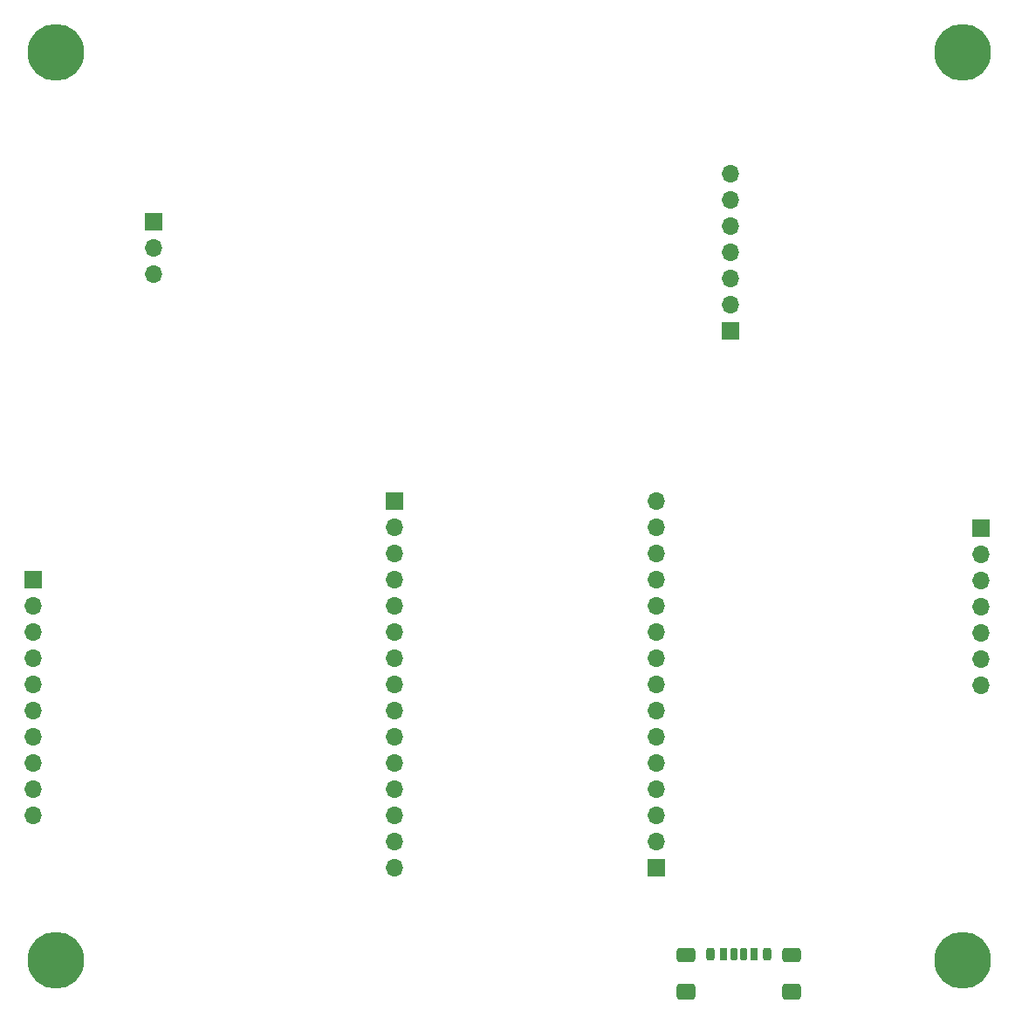
<source format=gbr>
%TF.GenerationSoftware,KiCad,Pcbnew,9.0.0*%
%TF.CreationDate,2025-05-23T23:11:46+02:00*%
%TF.ProjectId,25Zak001 ESP32 Mark0 Rev1,32355a61-6b30-4303-9120-455350333220,rev?*%
%TF.SameCoordinates,Original*%
%TF.FileFunction,Soldermask,Top*%
%TF.FilePolarity,Negative*%
%FSLAX46Y46*%
G04 Gerber Fmt 4.6, Leading zero omitted, Abs format (unit mm)*
G04 Created by KiCad (PCBNEW 9.0.0) date 2025-05-23 23:11:46*
%MOMM*%
%LPD*%
G01*
G04 APERTURE LIST*
G04 Aperture macros list*
%AMRoundRect*
0 Rectangle with rounded corners*
0 $1 Rounding radius*
0 $2 $3 $4 $5 $6 $7 $8 $9 X,Y pos of 4 corners*
0 Add a 4 corners polygon primitive as box body*
4,1,4,$2,$3,$4,$5,$6,$7,$8,$9,$2,$3,0*
0 Add four circle primitives for the rounded corners*
1,1,$1+$1,$2,$3*
1,1,$1+$1,$4,$5*
1,1,$1+$1,$6,$7*
1,1,$1+$1,$8,$9*
0 Add four rect primitives between the rounded corners*
20,1,$1+$1,$2,$3,$4,$5,0*
20,1,$1+$1,$4,$5,$6,$7,0*
20,1,$1+$1,$6,$7,$8,$9,0*
20,1,$1+$1,$8,$9,$2,$3,0*%
G04 Aperture macros list end*
%ADD10O,1.700000X1.700000*%
%ADD11R,1.700000X1.700000*%
%ADD12C,3.600000*%
%ADD13C,5.500000*%
%ADD14RoundRect,0.175000X-0.175000X-0.425000X0.175000X-0.425000X0.175000X0.425000X-0.175000X0.425000X0*%
%ADD15RoundRect,0.190000X0.190000X0.410000X-0.190000X0.410000X-0.190000X-0.410000X0.190000X-0.410000X0*%
%ADD16RoundRect,0.200000X0.200000X0.400000X-0.200000X0.400000X-0.200000X-0.400000X0.200000X-0.400000X0*%
%ADD17RoundRect,0.175000X0.175000X0.425000X-0.175000X0.425000X-0.175000X-0.425000X0.175000X-0.425000X0*%
%ADD18RoundRect,0.190000X-0.190000X-0.410000X0.190000X-0.410000X0.190000X0.410000X-0.190000X0.410000X0*%
%ADD19RoundRect,0.200000X-0.200000X-0.400000X0.200000X-0.400000X0.200000X0.400000X-0.200000X0.400000X0*%
%ADD20RoundRect,0.250000X-0.650000X-0.425000X0.650000X-0.425000X0.650000X0.425000X-0.650000X0.425000X0*%
%ADD21RoundRect,0.250000X-0.650000X-0.500000X0.650000X-0.500000X0.650000X0.500000X-0.650000X0.500000X0*%
G04 APERTURE END LIST*
D10*
%TO.C,J4*%
X173300000Y-108360000D03*
X173300000Y-105820000D03*
X173300000Y-103280000D03*
X173300000Y-100740000D03*
X173300000Y-98200000D03*
X173300000Y-95660000D03*
D11*
X173300000Y-93120000D03*
%TD*%
%TO.C,J7*%
X141800000Y-126060000D03*
D10*
X141800000Y-123520000D03*
X141800000Y-120980000D03*
X141800000Y-118440000D03*
X141800000Y-115900000D03*
X141800000Y-113360000D03*
X141800000Y-110820000D03*
X141800000Y-108280000D03*
X141800000Y-105740000D03*
X141800000Y-103200000D03*
X141800000Y-100660000D03*
X141800000Y-98120000D03*
X141800000Y-95580000D03*
X141800000Y-93040000D03*
X141800000Y-90500000D03*
%TD*%
D11*
%TO.C,J6*%
X116400000Y-90500000D03*
D10*
X116400000Y-93040000D03*
X116400000Y-95580000D03*
X116400000Y-98120000D03*
X116400000Y-100660000D03*
X116400000Y-103200000D03*
X116400000Y-105740000D03*
X116400000Y-108280000D03*
X116400000Y-110820000D03*
X116400000Y-113360000D03*
X116400000Y-115900000D03*
X116400000Y-118440000D03*
X116400000Y-120980000D03*
X116400000Y-123520000D03*
X116400000Y-126060000D03*
%TD*%
D12*
%TO.C,H4*%
X171500000Y-135000000D03*
D13*
X171500000Y-135000000D03*
%TD*%
D12*
%TO.C,H1*%
X83500000Y-47000000D03*
D13*
X83500000Y-47000000D03*
%TD*%
D12*
%TO.C,H3*%
X83500000Y-135000000D03*
D13*
X83500000Y-135000000D03*
%TD*%
D11*
%TO.C,J3*%
X81300000Y-98120000D03*
D10*
X81300000Y-100660000D03*
X81300000Y-103200000D03*
X81300000Y-105740000D03*
X81300000Y-108280000D03*
X81300000Y-110820000D03*
X81300000Y-113360000D03*
X81300000Y-115900000D03*
X81300000Y-118440000D03*
X81300000Y-120980000D03*
%TD*%
D12*
%TO.C,H2*%
X171500000Y-47000000D03*
D13*
X171500000Y-47000000D03*
%TD*%
D11*
%TO.C,U1*%
X93000000Y-63420000D03*
D10*
X93000000Y-65960000D03*
X93000000Y-68500000D03*
%TD*%
D14*
%TO.C,J1*%
X149275000Y-134445000D03*
D15*
X151295000Y-134445000D03*
D16*
X152525000Y-134445000D03*
D17*
X150275000Y-134445000D03*
D18*
X148255000Y-134445000D03*
D19*
X147025000Y-134445000D03*
D20*
X144650000Y-134500000D03*
D21*
X144650000Y-138080000D03*
D20*
X154900000Y-134500000D03*
D21*
X154900000Y-138080000D03*
%TD*%
D11*
%TO.C,J2*%
X149000000Y-73940000D03*
D10*
X149000000Y-71400000D03*
X149000000Y-68860000D03*
X149000000Y-66320000D03*
X149000000Y-63780000D03*
X149000000Y-61240000D03*
X149000000Y-58700000D03*
%TD*%
M02*

</source>
